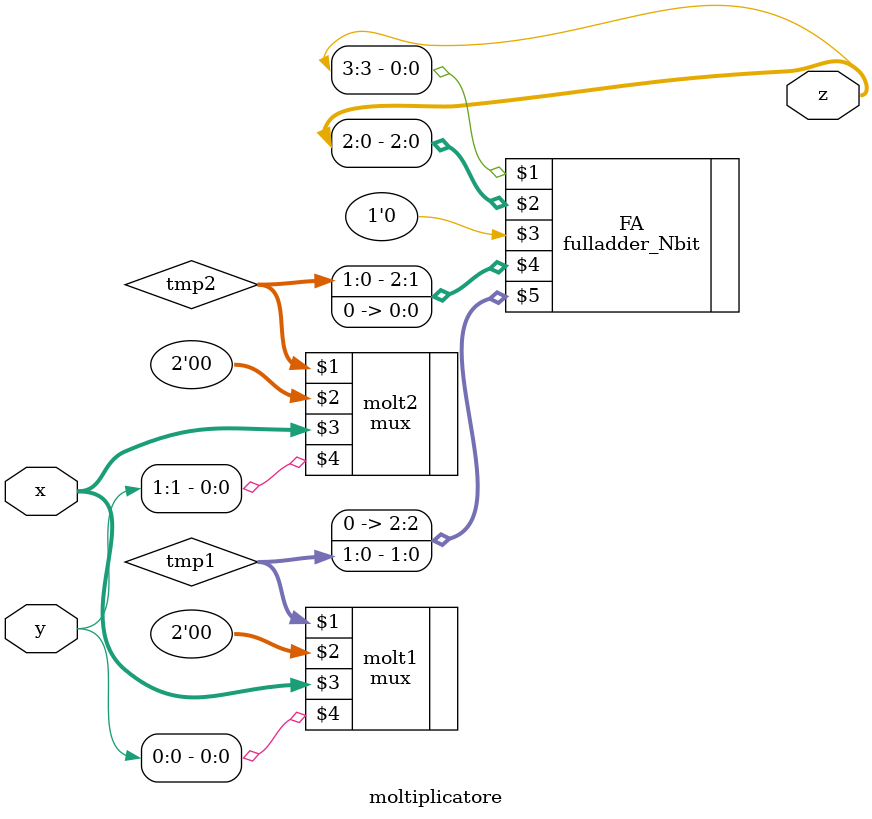
<source format=v>
module moltiplicatore(output [3:0]z, input [1:0]x, input [1:0]y);
    wire [1:0]tmp1;
    wire [1:0]tmp2;

    mux #(2) molt1(tmp1, 2'b00, x, y[0]);
    mux #(2) molt2(tmp2, 2'b00, x, y[1]);

    fulladder_Nbit #(3) FA(z[3], z[2:0], 1'b0, {tmp2, 1'b0}, {1'b0, tmp1});
endmodule
</source>
